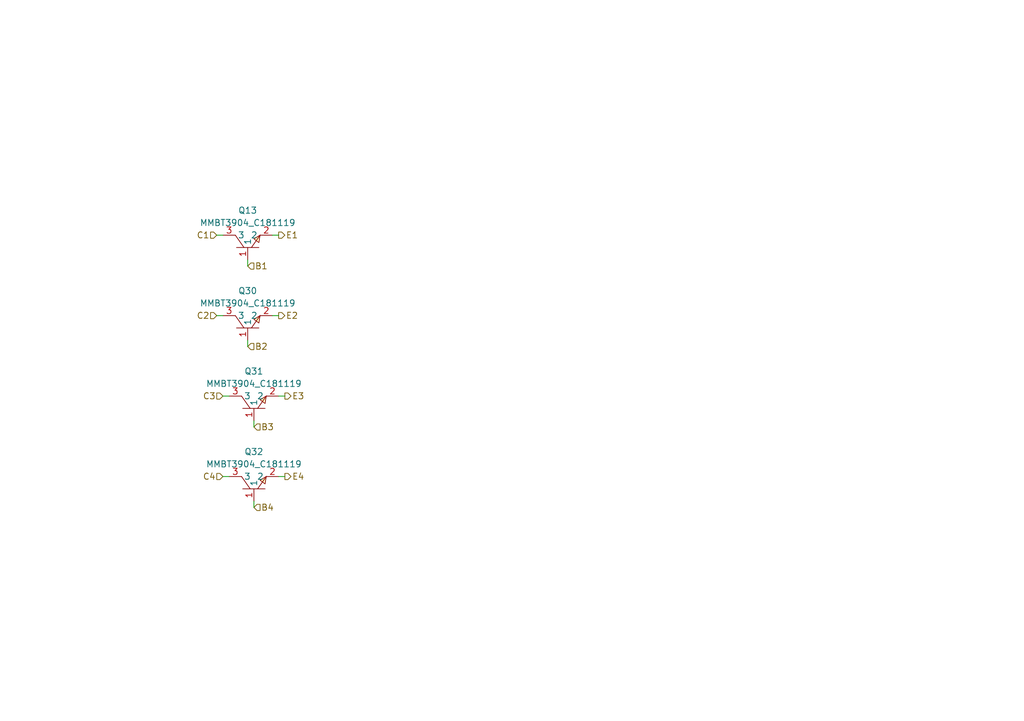
<source format=kicad_sch>
(kicad_sch (version 20231120) (generator "eeschema") (generator_version "8.0")
  (paper "A5")
  (lib_symbols
    (symbol "C181119:MMBT3904_C181119"
      (property "Reference" "Q" (at 0 10.16 0))
      (property "Value" "MMBT3904_C181119" (at 0 -10.16 0))
      (symbol "MMBT3904_C181119_0_1"
        (polyline (pts (xy 0 -0.76) (xy 2.54 -2.54)))
        (polyline (pts (xy 0 2.29) (xy 0 -2.29)))
        (polyline (pts (xy 2.54 2.54) (xy 0 0.76)))
        (polyline (pts (xy 2.54 -2.54) (xy 1.78 -1.27) (xy 1.02 -2.29) (xy 2.54 -2.54)) (fill (type background)))
        (pin input line (at -2.54 0 0) (length 2.54) (name "1") (number "1"))
        (pin input line (at 2.54 -5.08 90) (length 2.54) (name "2") (number "2"))
        (pin input line (at 2.54 5.08 270) (length 2.54) (name "3") (number "3"))
      )
    )
  )
  (wire (pts (xy 55.88 48.26) (xy 57.15 48.26)))
  (wire (pts (xy 52.07 102.87) (xy 52.07 104.14)))
  (wire (pts (xy 45.72 97.79) (xy 46.99 97.79)))
  (wire (pts (xy 50.8 69.85) (xy 50.8 71.12)))
  (wire (pts (xy 55.88 64.77) (xy 57.15 64.77)))
  (wire (pts (xy 50.8 53.34) (xy 50.8 54.61)))
  (wire (pts (xy 44.45 64.77) (xy 45.72 64.77)))
  (wire (pts (xy 57.15 97.79) (xy 58.42 97.79)))
  (wire (pts (xy 57.15 81.28) (xy 58.42 81.28)))
  (wire (pts (xy 44.45 48.26) (xy 45.72 48.26)))
  (wire (pts (xy 52.07 86.36) (xy 52.07 87.63)))
  (wire (pts (xy 45.72 81.28) (xy 46.99 81.28)))
  (hierarchical_label "E2" (shape output) (at 57.15 64.77 0))
  (hierarchical_label "E3" (shape output) (at 58.42 81.28 0))
  (hierarchical_label "C4" (shape input) (at 45.72 97.79 180))
  (hierarchical_label "C3" (shape input) (at 45.72 81.28 180))
  (hierarchical_label "B1" (shape input) (at 50.8 54.61 0))
  (hierarchical_label "C1" (shape input) (at 44.45 48.26 180))
  (hierarchical_label "E1" (shape output) (at 57.15 48.26 0))
  (hierarchical_label "B4" (shape input) (at 52.07 104.14 0))
  (hierarchical_label "E4" (shape output) (at 58.42 97.79 0))
  (hierarchical_label "B2" (shape input) (at 50.8 71.12 0))
  (hierarchical_label "C2" (shape input) (at 44.45 64.77 180))
  (hierarchical_label "B3" (shape input) (at 52.07 87.63 0))
  (symbol (lib_id "C181119:MMBT3904_C181119") (at 50.8 50.8 90) (unit 1)
    (property "Reference" "Q13" (at 50.8 43.18 90))
    (property "Value" "MMBT3904_C181119" (at 50.8 45.72 90))
    (property "Footprint" "easyeda2kicad:SOT-23-3_L2.9-W1.6-P1.90-LS2.8-BR" (effects (hide yes)))
    (property "Datasheet" "https://lcsc.com/product-detail/Transistors-NPN-PNP_MMBT3904_C181119.html" (effects (hide yes)))
    (property "LCSC Part" "C181119" (effects (hide yes)))
    (instances (project "rover-chasis-controller" (path "" (reference "Q13") (unit 1)) (path "" (reference "Q6") (unit 1)) (path "" (reference "Q14") (unit 1)) (path "" (reference "Q1") (unit 1)) (path "" (reference "Q11") (unit 1))))
  )
  (symbol (lib_id "C181119:MMBT3904_C181119") (at 50.8 67.31 90) (unit 1)
    (property "Reference" "Q30" (at 50.8 59.69 90))
    (property "Value" "MMBT3904_C181119" (at 50.8 62.23 90))
    (property "Footprint" "easyeda2kicad:SOT-23-3_L2.9-W1.6-P1.90-LS2.8-BR" (effects (hide yes)))
    (property "Datasheet" "https://lcsc.com/product-detail/Transistors-NPN-PNP_MMBT3904_C181119.html" (effects (hide yes)))
    (property "LCSC Part" "C181119" (effects (hide yes)))
    (instances (project "rover-chasis-controller" (path "" (reference "Q30") (unit 1)) (path "" (reference "Q27") (unit 1)) (path "" (reference "Q33") (unit 1)) (path "" (reference "Q22") (unit 1)) (path "" (reference "Q17") (unit 1))))
  )
  (symbol (lib_id "C181119:MMBT3904_C181119") (at 52.07 100.33 90) (unit 1)
    (property "Reference" "Q32" (at 52.07 92.71 90))
    (property "Value" "MMBT3904_C181119" (at 52.07 95.25 90))
    (property "Footprint" "easyeda2kicad:SOT-23-3_L2.9-W1.6-P1.90-LS2.8-BR" (effects (hide yes)))
    (property "Datasheet" "https://lcsc.com/product-detail/Transistors-NPN-PNP_MMBT3904_C181119.html" (effects (hide yes)))
    (property "LCSC Part" "C181119" (effects (hide yes)))
    (instances (project "rover-chasis-controller" (path "" (reference "Q32") (unit 1)) (path "" (reference "Q29") (unit 1)) (path "" (reference "Q35") (unit 1)) (path "" (reference "Q24") (unit 1)) (path "" (reference "Q26") (unit 1))))
  )
  (symbol (lib_id "C181119:MMBT3904_C181119") (at 52.07 83.82 90) (unit 1)
    (property "Reference" "Q31" (at 52.07 76.2 90))
    (property "Value" "MMBT3904_C181119" (at 52.07 78.74 90))
    (property "Footprint" "easyeda2kicad:SOT-23-3_L2.9-W1.6-P1.90-LS2.8-BR" (effects (hide yes)))
    (property "Datasheet" "https://lcsc.com/product-detail/Transistors-NPN-PNP_MMBT3904_C181119.html" (effects (hide yes)))
    (property "LCSC Part" "C181119" (effects (hide yes)))
    (instances (project "rover-chasis-controller" (path "" (reference "Q31") (unit 1)) (path "" (reference "Q28") (unit 1)) (path "" (reference "Q34") (unit 1)) (path "" (reference "Q23") (unit 1)) (path "" (reference "Q25") (unit 1))))
  )
)
</source>
